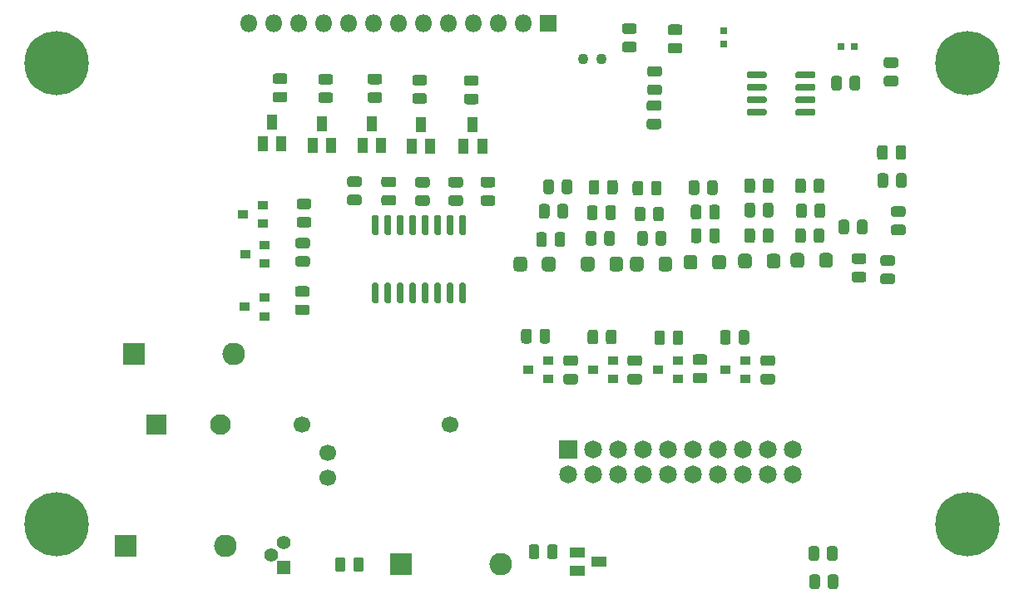
<source format=gbr>
G04 #@! TF.GenerationSoftware,KiCad,Pcbnew,(5.1.6-0-10_14)*
G04 #@! TF.CreationDate,2020-09-03T11:18:50-04:00*
G04 #@! TF.ProjectId,Pufferfish-Interface-2,50756666-6572-4666-9973-682d496e7465,rev?*
G04 #@! TF.SameCoordinates,Original*
G04 #@! TF.FileFunction,Soldermask,Top*
G04 #@! TF.FilePolarity,Negative*
%FSLAX46Y46*%
G04 Gerber Fmt 4.6, Leading zero omitted, Abs format (unit mm)*
G04 Created by KiCad (PCBNEW (5.1.6-0-10_14)) date 2020-09-03 11:18:50*
%MOMM*%
%LPD*%
G01*
G04 APERTURE LIST*
%ADD10C,6.553200*%
%ADD11O,1.800000X1.800000*%
%ADD12R,1.800000X1.800000*%
%ADD13O,2.300000X2.300000*%
%ADD14R,2.300000X2.300000*%
%ADD15R,2.100000X2.100000*%
%ADD16C,2.100000*%
%ADD17C,1.100000*%
%ADD18R,1.100000X1.500000*%
%ADD19R,1.400000X1.400000*%
%ADD20C,1.400000*%
%ADD21R,0.700000X0.800000*%
%ADD22R,0.800000X0.700000*%
%ADD23C,1.825000*%
%ADD24R,1.825000X1.825000*%
%ADD25R,1.500000X1.100000*%
%ADD26R,1.000000X0.900000*%
%ADD27C,1.700000*%
G04 APERTURE END LIST*
D10*
X76200000Y-49530000D03*
X76200000Y-2540000D03*
X-16510000Y-49530000D03*
X-16510000Y-2540000D03*
D11*
X3020000Y1500000D03*
X5560000Y1500000D03*
X8100000Y1500000D03*
X10640000Y1500000D03*
X13180000Y1500000D03*
X15720000Y1500000D03*
X18260000Y1500000D03*
X20800000Y1500000D03*
X23340000Y1500000D03*
X25880000Y1500000D03*
X28420000Y1500000D03*
X30960000Y1500000D03*
D12*
X33500000Y1500000D03*
D13*
X645380Y-51745980D03*
D14*
X-9514620Y-51745980D03*
G36*
G01*
X39750000Y-23400000D02*
X39750000Y-22600000D01*
G75*
G02*
X40100000Y-22250000I350000J0D01*
G01*
X40800000Y-22250000D01*
G75*
G02*
X41150000Y-22600000I0J-350000D01*
G01*
X41150000Y-23400000D01*
G75*
G02*
X40800000Y-23750000I-350000J0D01*
G01*
X40100000Y-23750000D01*
G75*
G02*
X39750000Y-23400000I0J350000D01*
G01*
G37*
G36*
G01*
X36850000Y-23400000D02*
X36850000Y-22600000D01*
G75*
G02*
X37200000Y-22250000I350000J0D01*
G01*
X37900000Y-22250000D01*
G75*
G02*
X38250000Y-22600000I0J-350000D01*
G01*
X38250000Y-23400000D01*
G75*
G02*
X37900000Y-23750000I-350000J0D01*
G01*
X37200000Y-23750000D01*
G75*
G02*
X36850000Y-23400000I0J350000D01*
G01*
G37*
G36*
G01*
X37355000Y-20871250D02*
X37355000Y-19908750D01*
G75*
G02*
X37623750Y-19640000I268750J0D01*
G01*
X38161250Y-19640000D01*
G75*
G02*
X38430000Y-19908750I0J-268750D01*
G01*
X38430000Y-20871250D01*
G75*
G02*
X38161250Y-21140000I-268750J0D01*
G01*
X37623750Y-21140000D01*
G75*
G02*
X37355000Y-20871250I0J268750D01*
G01*
G37*
G36*
G01*
X39230000Y-20871250D02*
X39230000Y-19908750D01*
G75*
G02*
X39498750Y-19640000I268750J0D01*
G01*
X40036250Y-19640000D01*
G75*
G02*
X40305000Y-19908750I0J-268750D01*
G01*
X40305000Y-20871250D01*
G75*
G02*
X40036250Y-21140000I-268750J0D01*
G01*
X39498750Y-21140000D01*
G75*
G02*
X39230000Y-20871250I0J268750D01*
G01*
G37*
G36*
G01*
X40425000Y-17278750D02*
X40425000Y-18241250D01*
G75*
G02*
X40156250Y-18510000I-268750J0D01*
G01*
X39618750Y-18510000D01*
G75*
G02*
X39350000Y-18241250I0J268750D01*
G01*
X39350000Y-17278750D01*
G75*
G02*
X39618750Y-17010000I268750J0D01*
G01*
X40156250Y-17010000D01*
G75*
G02*
X40425000Y-17278750I0J-268750D01*
G01*
G37*
G36*
G01*
X38550000Y-17278750D02*
X38550000Y-18241250D01*
G75*
G02*
X38281250Y-18510000I-268750J0D01*
G01*
X37743750Y-18510000D01*
G75*
G02*
X37475000Y-18241250I0J268750D01*
G01*
X37475000Y-17278750D01*
G75*
G02*
X37743750Y-17010000I268750J0D01*
G01*
X38281250Y-17010000D01*
G75*
G02*
X38550000Y-17278750I0J-268750D01*
G01*
G37*
G36*
G01*
X37653700Y-15665370D02*
X37653700Y-14702870D01*
G75*
G02*
X37922450Y-14434120I268750J0D01*
G01*
X38459950Y-14434120D01*
G75*
G02*
X38728700Y-14702870I0J-268750D01*
G01*
X38728700Y-15665370D01*
G75*
G02*
X38459950Y-15934120I-268750J0D01*
G01*
X37922450Y-15934120D01*
G75*
G02*
X37653700Y-15665370I0J268750D01*
G01*
G37*
G36*
G01*
X39528700Y-15665370D02*
X39528700Y-14702870D01*
G75*
G02*
X39797450Y-14434120I268750J0D01*
G01*
X40334950Y-14434120D01*
G75*
G02*
X40603700Y-14702870I0J-268750D01*
G01*
X40603700Y-15665370D01*
G75*
G02*
X40334950Y-15934120I-268750J0D01*
G01*
X39797450Y-15934120D01*
G75*
G02*
X39528700Y-15665370I0J268750D01*
G01*
G37*
G36*
G01*
X16110960Y-20071780D02*
X15760960Y-20071780D01*
G75*
G02*
X15585960Y-19896780I0J175000D01*
G01*
X15585960Y-18171780D01*
G75*
G02*
X15760960Y-17996780I175000J0D01*
G01*
X16110960Y-17996780D01*
G75*
G02*
X16285960Y-18171780I0J-175000D01*
G01*
X16285960Y-19896780D01*
G75*
G02*
X16110960Y-20071780I-175000J0D01*
G01*
G37*
G36*
G01*
X17380960Y-20071780D02*
X17030960Y-20071780D01*
G75*
G02*
X16855960Y-19896780I0J175000D01*
G01*
X16855960Y-18171780D01*
G75*
G02*
X17030960Y-17996780I175000J0D01*
G01*
X17380960Y-17996780D01*
G75*
G02*
X17555960Y-18171780I0J-175000D01*
G01*
X17555960Y-19896780D01*
G75*
G02*
X17380960Y-20071780I-175000J0D01*
G01*
G37*
G36*
G01*
X18650960Y-20071780D02*
X18300960Y-20071780D01*
G75*
G02*
X18125960Y-19896780I0J175000D01*
G01*
X18125960Y-18171780D01*
G75*
G02*
X18300960Y-17996780I175000J0D01*
G01*
X18650960Y-17996780D01*
G75*
G02*
X18825960Y-18171780I0J-175000D01*
G01*
X18825960Y-19896780D01*
G75*
G02*
X18650960Y-20071780I-175000J0D01*
G01*
G37*
G36*
G01*
X19920960Y-20071780D02*
X19570960Y-20071780D01*
G75*
G02*
X19395960Y-19896780I0J175000D01*
G01*
X19395960Y-18171780D01*
G75*
G02*
X19570960Y-17996780I175000J0D01*
G01*
X19920960Y-17996780D01*
G75*
G02*
X20095960Y-18171780I0J-175000D01*
G01*
X20095960Y-19896780D01*
G75*
G02*
X19920960Y-20071780I-175000J0D01*
G01*
G37*
G36*
G01*
X21190960Y-20071780D02*
X20840960Y-20071780D01*
G75*
G02*
X20665960Y-19896780I0J175000D01*
G01*
X20665960Y-18171780D01*
G75*
G02*
X20840960Y-17996780I175000J0D01*
G01*
X21190960Y-17996780D01*
G75*
G02*
X21365960Y-18171780I0J-175000D01*
G01*
X21365960Y-19896780D01*
G75*
G02*
X21190960Y-20071780I-175000J0D01*
G01*
G37*
G36*
G01*
X22460960Y-20071780D02*
X22110960Y-20071780D01*
G75*
G02*
X21935960Y-19896780I0J175000D01*
G01*
X21935960Y-18171780D01*
G75*
G02*
X22110960Y-17996780I175000J0D01*
G01*
X22460960Y-17996780D01*
G75*
G02*
X22635960Y-18171780I0J-175000D01*
G01*
X22635960Y-19896780D01*
G75*
G02*
X22460960Y-20071780I-175000J0D01*
G01*
G37*
G36*
G01*
X23730960Y-20071780D02*
X23380960Y-20071780D01*
G75*
G02*
X23205960Y-19896780I0J175000D01*
G01*
X23205960Y-18171780D01*
G75*
G02*
X23380960Y-17996780I175000J0D01*
G01*
X23730960Y-17996780D01*
G75*
G02*
X23905960Y-18171780I0J-175000D01*
G01*
X23905960Y-19896780D01*
G75*
G02*
X23730960Y-20071780I-175000J0D01*
G01*
G37*
G36*
G01*
X25000960Y-20071780D02*
X24650960Y-20071780D01*
G75*
G02*
X24475960Y-19896780I0J175000D01*
G01*
X24475960Y-18171780D01*
G75*
G02*
X24650960Y-17996780I175000J0D01*
G01*
X25000960Y-17996780D01*
G75*
G02*
X25175960Y-18171780I0J-175000D01*
G01*
X25175960Y-19896780D01*
G75*
G02*
X25000960Y-20071780I-175000J0D01*
G01*
G37*
G36*
G01*
X25000960Y-26996780D02*
X24650960Y-26996780D01*
G75*
G02*
X24475960Y-26821780I0J175000D01*
G01*
X24475960Y-25096780D01*
G75*
G02*
X24650960Y-24921780I175000J0D01*
G01*
X25000960Y-24921780D01*
G75*
G02*
X25175960Y-25096780I0J-175000D01*
G01*
X25175960Y-26821780D01*
G75*
G02*
X25000960Y-26996780I-175000J0D01*
G01*
G37*
G36*
G01*
X23730960Y-26996780D02*
X23380960Y-26996780D01*
G75*
G02*
X23205960Y-26821780I0J175000D01*
G01*
X23205960Y-25096780D01*
G75*
G02*
X23380960Y-24921780I175000J0D01*
G01*
X23730960Y-24921780D01*
G75*
G02*
X23905960Y-25096780I0J-175000D01*
G01*
X23905960Y-26821780D01*
G75*
G02*
X23730960Y-26996780I-175000J0D01*
G01*
G37*
G36*
G01*
X22460960Y-26996780D02*
X22110960Y-26996780D01*
G75*
G02*
X21935960Y-26821780I0J175000D01*
G01*
X21935960Y-25096780D01*
G75*
G02*
X22110960Y-24921780I175000J0D01*
G01*
X22460960Y-24921780D01*
G75*
G02*
X22635960Y-25096780I0J-175000D01*
G01*
X22635960Y-26821780D01*
G75*
G02*
X22460960Y-26996780I-175000J0D01*
G01*
G37*
G36*
G01*
X21190960Y-26996780D02*
X20840960Y-26996780D01*
G75*
G02*
X20665960Y-26821780I0J175000D01*
G01*
X20665960Y-25096780D01*
G75*
G02*
X20840960Y-24921780I175000J0D01*
G01*
X21190960Y-24921780D01*
G75*
G02*
X21365960Y-25096780I0J-175000D01*
G01*
X21365960Y-26821780D01*
G75*
G02*
X21190960Y-26996780I-175000J0D01*
G01*
G37*
G36*
G01*
X19920960Y-26996780D02*
X19570960Y-26996780D01*
G75*
G02*
X19395960Y-26821780I0J175000D01*
G01*
X19395960Y-25096780D01*
G75*
G02*
X19570960Y-24921780I175000J0D01*
G01*
X19920960Y-24921780D01*
G75*
G02*
X20095960Y-25096780I0J-175000D01*
G01*
X20095960Y-26821780D01*
G75*
G02*
X19920960Y-26996780I-175000J0D01*
G01*
G37*
G36*
G01*
X18650960Y-26996780D02*
X18300960Y-26996780D01*
G75*
G02*
X18125960Y-26821780I0J175000D01*
G01*
X18125960Y-25096780D01*
G75*
G02*
X18300960Y-24921780I175000J0D01*
G01*
X18650960Y-24921780D01*
G75*
G02*
X18825960Y-25096780I0J-175000D01*
G01*
X18825960Y-26821780D01*
G75*
G02*
X18650960Y-26996780I-175000J0D01*
G01*
G37*
G36*
G01*
X17380960Y-26996780D02*
X17030960Y-26996780D01*
G75*
G02*
X16855960Y-26821780I0J175000D01*
G01*
X16855960Y-25096780D01*
G75*
G02*
X17030960Y-24921780I175000J0D01*
G01*
X17380960Y-24921780D01*
G75*
G02*
X17555960Y-25096780I0J-175000D01*
G01*
X17555960Y-26821780D01*
G75*
G02*
X17380960Y-26996780I-175000J0D01*
G01*
G37*
G36*
G01*
X16110960Y-26996780D02*
X15760960Y-26996780D01*
G75*
G02*
X15585960Y-26821780I0J175000D01*
G01*
X15585960Y-25096780D01*
G75*
G02*
X15760960Y-24921780I175000J0D01*
G01*
X16110960Y-24921780D01*
G75*
G02*
X16285960Y-25096780I0J-175000D01*
G01*
X16285960Y-26821780D01*
G75*
G02*
X16110960Y-26996780I-175000J0D01*
G01*
G37*
G36*
G01*
X33660000Y-17148750D02*
X33660000Y-18111250D01*
G75*
G02*
X33391250Y-18380000I-268750J0D01*
G01*
X32853750Y-18380000D01*
G75*
G02*
X32585000Y-18111250I0J268750D01*
G01*
X32585000Y-17148750D01*
G75*
G02*
X32853750Y-16880000I268750J0D01*
G01*
X33391250Y-16880000D01*
G75*
G02*
X33660000Y-17148750I0J-268750D01*
G01*
G37*
G36*
G01*
X35535000Y-17148750D02*
X35535000Y-18111250D01*
G75*
G02*
X35266250Y-18380000I-268750J0D01*
G01*
X34728750Y-18380000D01*
G75*
G02*
X34460000Y-18111250I0J268750D01*
G01*
X34460000Y-17148750D01*
G75*
G02*
X34728750Y-16880000I268750J0D01*
G01*
X35266250Y-16880000D01*
G75*
G02*
X35535000Y-17148750I0J-268750D01*
G01*
G37*
G36*
G01*
X34907500Y-15621250D02*
X34907500Y-14658750D01*
G75*
G02*
X35176250Y-14390000I268750J0D01*
G01*
X35713750Y-14390000D01*
G75*
G02*
X35982500Y-14658750I0J-268750D01*
G01*
X35982500Y-15621250D01*
G75*
G02*
X35713750Y-15890000I-268750J0D01*
G01*
X35176250Y-15890000D01*
G75*
G02*
X34907500Y-15621250I0J268750D01*
G01*
G37*
G36*
G01*
X33032500Y-15621250D02*
X33032500Y-14658750D01*
G75*
G02*
X33301250Y-14390000I268750J0D01*
G01*
X33838750Y-14390000D01*
G75*
G02*
X34107500Y-14658750I0J-268750D01*
G01*
X34107500Y-15621250D01*
G75*
G02*
X33838750Y-15890000I-268750J0D01*
G01*
X33301250Y-15890000D01*
G75*
G02*
X33032500Y-15621250I0J268750D01*
G01*
G37*
G36*
G01*
X67598750Y-23990000D02*
X68561250Y-23990000D01*
G75*
G02*
X68830000Y-24258750I0J-268750D01*
G01*
X68830000Y-24796250D01*
G75*
G02*
X68561250Y-25065000I-268750J0D01*
G01*
X67598750Y-25065000D01*
G75*
G02*
X67330000Y-24796250I0J268750D01*
G01*
X67330000Y-24258750D01*
G75*
G02*
X67598750Y-23990000I268750J0D01*
G01*
G37*
G36*
G01*
X67598750Y-22115000D02*
X68561250Y-22115000D01*
G75*
G02*
X68830000Y-22383750I0J-268750D01*
G01*
X68830000Y-22921250D01*
G75*
G02*
X68561250Y-23190000I-268750J0D01*
G01*
X67598750Y-23190000D01*
G75*
G02*
X67330000Y-22921250I0J268750D01*
G01*
X67330000Y-22383750D01*
G75*
G02*
X67598750Y-22115000I268750J0D01*
G01*
G37*
G36*
G01*
X5749370Y-5454360D02*
X6711870Y-5454360D01*
G75*
G02*
X6980620Y-5723110I0J-268750D01*
G01*
X6980620Y-6260610D01*
G75*
G02*
X6711870Y-6529360I-268750J0D01*
G01*
X5749370Y-6529360D01*
G75*
G02*
X5480620Y-6260610I0J268750D01*
G01*
X5480620Y-5723110D01*
G75*
G02*
X5749370Y-5454360I268750J0D01*
G01*
G37*
G36*
G01*
X5749370Y-3579360D02*
X6711870Y-3579360D01*
G75*
G02*
X6980620Y-3848110I0J-268750D01*
G01*
X6980620Y-4385610D01*
G75*
G02*
X6711870Y-4654360I-268750J0D01*
G01*
X5749370Y-4654360D01*
G75*
G02*
X5480620Y-4385610I0J268750D01*
G01*
X5480620Y-3848110D01*
G75*
G02*
X5749370Y-3579360I268750J0D01*
G01*
G37*
G36*
G01*
X29990000Y-23420000D02*
X29990000Y-22620000D01*
G75*
G02*
X30340000Y-22270000I350000J0D01*
G01*
X31040000Y-22270000D01*
G75*
G02*
X31390000Y-22620000I0J-350000D01*
G01*
X31390000Y-23420000D01*
G75*
G02*
X31040000Y-23770000I-350000J0D01*
G01*
X30340000Y-23770000D01*
G75*
G02*
X29990000Y-23420000I0J350000D01*
G01*
G37*
G36*
G01*
X32890000Y-23420000D02*
X32890000Y-22620000D01*
G75*
G02*
X33240000Y-22270000I350000J0D01*
G01*
X33940000Y-22270000D01*
G75*
G02*
X34290000Y-22620000I0J-350000D01*
G01*
X34290000Y-23420000D01*
G75*
G02*
X33940000Y-23770000I-350000J0D01*
G01*
X33240000Y-23770000D01*
G75*
G02*
X32890000Y-23420000I0J350000D01*
G01*
G37*
G36*
G01*
X34185480Y-20982750D02*
X34185480Y-20020250D01*
G75*
G02*
X34454230Y-19751500I268750J0D01*
G01*
X34991730Y-19751500D01*
G75*
G02*
X35260480Y-20020250I0J-268750D01*
G01*
X35260480Y-20982750D01*
G75*
G02*
X34991730Y-21251500I-268750J0D01*
G01*
X34454230Y-21251500D01*
G75*
G02*
X34185480Y-20982750I0J268750D01*
G01*
G37*
G36*
G01*
X32310480Y-20982750D02*
X32310480Y-20020250D01*
G75*
G02*
X32579230Y-19751500I268750J0D01*
G01*
X33116730Y-19751500D01*
G75*
G02*
X33385480Y-20020250I0J-268750D01*
G01*
X33385480Y-20982750D01*
G75*
G02*
X33116730Y-21251500I-268750J0D01*
G01*
X32579230Y-21251500D01*
G75*
G02*
X32310480Y-20982750I0J268750D01*
G01*
G37*
D15*
X-6370000Y-39370000D03*
D16*
X130000Y-39370000D03*
D17*
X37050000Y-2100000D03*
X38950000Y-2100000D03*
G36*
G01*
X58670000Y-3910000D02*
X58670000Y-3560000D01*
G75*
G02*
X58845000Y-3385000I175000J0D01*
G01*
X60545000Y-3385000D01*
G75*
G02*
X60720000Y-3560000I0J-175000D01*
G01*
X60720000Y-3910000D01*
G75*
G02*
X60545000Y-4085000I-175000J0D01*
G01*
X58845000Y-4085000D01*
G75*
G02*
X58670000Y-3910000I0J175000D01*
G01*
G37*
G36*
G01*
X58670000Y-5180000D02*
X58670000Y-4830000D01*
G75*
G02*
X58845000Y-4655000I175000J0D01*
G01*
X60545000Y-4655000D01*
G75*
G02*
X60720000Y-4830000I0J-175000D01*
G01*
X60720000Y-5180000D01*
G75*
G02*
X60545000Y-5355000I-175000J0D01*
G01*
X58845000Y-5355000D01*
G75*
G02*
X58670000Y-5180000I0J175000D01*
G01*
G37*
G36*
G01*
X58670000Y-6450000D02*
X58670000Y-6100000D01*
G75*
G02*
X58845000Y-5925000I175000J0D01*
G01*
X60545000Y-5925000D01*
G75*
G02*
X60720000Y-6100000I0J-175000D01*
G01*
X60720000Y-6450000D01*
G75*
G02*
X60545000Y-6625000I-175000J0D01*
G01*
X58845000Y-6625000D01*
G75*
G02*
X58670000Y-6450000I0J175000D01*
G01*
G37*
G36*
G01*
X58670000Y-7720000D02*
X58670000Y-7370000D01*
G75*
G02*
X58845000Y-7195000I175000J0D01*
G01*
X60545000Y-7195000D01*
G75*
G02*
X60720000Y-7370000I0J-175000D01*
G01*
X60720000Y-7720000D01*
G75*
G02*
X60545000Y-7895000I-175000J0D01*
G01*
X58845000Y-7895000D01*
G75*
G02*
X58670000Y-7720000I0J175000D01*
G01*
G37*
G36*
G01*
X53720000Y-7720000D02*
X53720000Y-7370000D01*
G75*
G02*
X53895000Y-7195000I175000J0D01*
G01*
X55595000Y-7195000D01*
G75*
G02*
X55770000Y-7370000I0J-175000D01*
G01*
X55770000Y-7720000D01*
G75*
G02*
X55595000Y-7895000I-175000J0D01*
G01*
X53895000Y-7895000D01*
G75*
G02*
X53720000Y-7720000I0J175000D01*
G01*
G37*
G36*
G01*
X53720000Y-6450000D02*
X53720000Y-6100000D01*
G75*
G02*
X53895000Y-5925000I175000J0D01*
G01*
X55595000Y-5925000D01*
G75*
G02*
X55770000Y-6100000I0J-175000D01*
G01*
X55770000Y-6450000D01*
G75*
G02*
X55595000Y-6625000I-175000J0D01*
G01*
X53895000Y-6625000D01*
G75*
G02*
X53720000Y-6450000I0J175000D01*
G01*
G37*
G36*
G01*
X53720000Y-5180000D02*
X53720000Y-4830000D01*
G75*
G02*
X53895000Y-4655000I175000J0D01*
G01*
X55595000Y-4655000D01*
G75*
G02*
X55770000Y-4830000I0J-175000D01*
G01*
X55770000Y-5180000D01*
G75*
G02*
X55595000Y-5355000I-175000J0D01*
G01*
X53895000Y-5355000D01*
G75*
G02*
X53720000Y-5180000I0J175000D01*
G01*
G37*
G36*
G01*
X53720000Y-3910000D02*
X53720000Y-3560000D01*
G75*
G02*
X53895000Y-3385000I175000J0D01*
G01*
X55595000Y-3385000D01*
G75*
G02*
X55770000Y-3560000I0J-175000D01*
G01*
X55770000Y-3910000D01*
G75*
G02*
X55595000Y-4085000I-175000J0D01*
G01*
X53895000Y-4085000D01*
G75*
G02*
X53720000Y-3910000I0J175000D01*
G01*
G37*
G36*
G01*
X13692500Y-54111250D02*
X13692500Y-53148750D01*
G75*
G02*
X13961250Y-52880000I268750J0D01*
G01*
X14498750Y-52880000D01*
G75*
G02*
X14767500Y-53148750I0J-268750D01*
G01*
X14767500Y-54111250D01*
G75*
G02*
X14498750Y-54380000I-268750J0D01*
G01*
X13961250Y-54380000D01*
G75*
G02*
X13692500Y-54111250I0J268750D01*
G01*
G37*
G36*
G01*
X11817500Y-54111250D02*
X11817500Y-53148750D01*
G75*
G02*
X12086250Y-52880000I268750J0D01*
G01*
X12623750Y-52880000D01*
G75*
G02*
X12892500Y-53148750I0J-268750D01*
G01*
X12892500Y-54111250D01*
G75*
G02*
X12623750Y-54380000I-268750J0D01*
G01*
X12086250Y-54380000D01*
G75*
G02*
X11817500Y-54111250I0J268750D01*
G01*
G37*
G36*
G01*
X8190310Y-18210720D02*
X9152810Y-18210720D01*
G75*
G02*
X9421560Y-18479470I0J-268750D01*
G01*
X9421560Y-19016970D01*
G75*
G02*
X9152810Y-19285720I-268750J0D01*
G01*
X8190310Y-19285720D01*
G75*
G02*
X7921560Y-19016970I0J268750D01*
G01*
X7921560Y-18479470D01*
G75*
G02*
X8190310Y-18210720I268750J0D01*
G01*
G37*
G36*
G01*
X8190310Y-16335720D02*
X9152810Y-16335720D01*
G75*
G02*
X9421560Y-16604470I0J-268750D01*
G01*
X9421560Y-17141970D01*
G75*
G02*
X9152810Y-17410720I-268750J0D01*
G01*
X8190310Y-17410720D01*
G75*
G02*
X7921560Y-17141970I0J268750D01*
G01*
X7921560Y-16604470D01*
G75*
G02*
X8190310Y-16335720I268750J0D01*
G01*
G37*
G36*
G01*
X16813610Y-15970200D02*
X17776110Y-15970200D01*
G75*
G02*
X18044860Y-16238950I0J-268750D01*
G01*
X18044860Y-16776450D01*
G75*
G02*
X17776110Y-17045200I-268750J0D01*
G01*
X16813610Y-17045200D01*
G75*
G02*
X16544860Y-16776450I0J268750D01*
G01*
X16544860Y-16238950D01*
G75*
G02*
X16813610Y-15970200I268750J0D01*
G01*
G37*
G36*
G01*
X16813610Y-14095200D02*
X17776110Y-14095200D01*
G75*
G02*
X18044860Y-14363950I0J-268750D01*
G01*
X18044860Y-14901450D01*
G75*
G02*
X17776110Y-15170200I-268750J0D01*
G01*
X16813610Y-15170200D01*
G75*
G02*
X16544860Y-14901450I0J268750D01*
G01*
X16544860Y-14363950D01*
G75*
G02*
X16813610Y-14095200I268750J0D01*
G01*
G37*
G36*
G01*
X8058230Y-22208440D02*
X9020730Y-22208440D01*
G75*
G02*
X9289480Y-22477190I0J-268750D01*
G01*
X9289480Y-23014690D01*
G75*
G02*
X9020730Y-23283440I-268750J0D01*
G01*
X8058230Y-23283440D01*
G75*
G02*
X7789480Y-23014690I0J268750D01*
G01*
X7789480Y-22477190D01*
G75*
G02*
X8058230Y-22208440I268750J0D01*
G01*
G37*
G36*
G01*
X8058230Y-20333440D02*
X9020730Y-20333440D01*
G75*
G02*
X9289480Y-20602190I0J-268750D01*
G01*
X9289480Y-21139690D01*
G75*
G02*
X9020730Y-21408440I-268750J0D01*
G01*
X8058230Y-21408440D01*
G75*
G02*
X7789480Y-21139690I0J268750D01*
G01*
X7789480Y-20602190D01*
G75*
G02*
X8058230Y-20333440I268750J0D01*
G01*
G37*
G36*
G01*
X23623350Y-15995600D02*
X24585850Y-15995600D01*
G75*
G02*
X24854600Y-16264350I0J-268750D01*
G01*
X24854600Y-16801850D01*
G75*
G02*
X24585850Y-17070600I-268750J0D01*
G01*
X23623350Y-17070600D01*
G75*
G02*
X23354600Y-16801850I0J268750D01*
G01*
X23354600Y-16264350D01*
G75*
G02*
X23623350Y-15995600I268750J0D01*
G01*
G37*
G36*
G01*
X23623350Y-14120600D02*
X24585850Y-14120600D01*
G75*
G02*
X24854600Y-14389350I0J-268750D01*
G01*
X24854600Y-14926850D01*
G75*
G02*
X24585850Y-15195600I-268750J0D01*
G01*
X23623350Y-15195600D01*
G75*
G02*
X23354600Y-14926850I0J268750D01*
G01*
X23354600Y-14389350D01*
G75*
G02*
X23623350Y-14120600I268750J0D01*
G01*
G37*
G36*
G01*
X61977500Y-55861250D02*
X61977500Y-54898750D01*
G75*
G02*
X62246250Y-54630000I268750J0D01*
G01*
X62783750Y-54630000D01*
G75*
G02*
X63052500Y-54898750I0J-268750D01*
G01*
X63052500Y-55861250D01*
G75*
G02*
X62783750Y-56130000I-268750J0D01*
G01*
X62246250Y-56130000D01*
G75*
G02*
X61977500Y-55861250I0J268750D01*
G01*
G37*
G36*
G01*
X60102500Y-55861250D02*
X60102500Y-54898750D01*
G75*
G02*
X60371250Y-54630000I268750J0D01*
G01*
X60908750Y-54630000D01*
G75*
G02*
X61177500Y-54898750I0J-268750D01*
G01*
X61177500Y-55861250D01*
G75*
G02*
X60908750Y-56130000I-268750J0D01*
G01*
X60371250Y-56130000D01*
G75*
G02*
X60102500Y-55861250I0J268750D01*
G01*
G37*
G36*
G01*
X61097500Y-52018750D02*
X61097500Y-52981250D01*
G75*
G02*
X60828750Y-53250000I-268750J0D01*
G01*
X60291250Y-53250000D01*
G75*
G02*
X60022500Y-52981250I0J268750D01*
G01*
X60022500Y-52018750D01*
G75*
G02*
X60291250Y-51750000I268750J0D01*
G01*
X60828750Y-51750000D01*
G75*
G02*
X61097500Y-52018750I0J-268750D01*
G01*
G37*
G36*
G01*
X62972500Y-52018750D02*
X62972500Y-52981250D01*
G75*
G02*
X62703750Y-53250000I-268750J0D01*
G01*
X62166250Y-53250000D01*
G75*
G02*
X61897500Y-52981250I0J268750D01*
G01*
X61897500Y-52018750D01*
G75*
G02*
X62166250Y-51750000I268750J0D01*
G01*
X62703750Y-51750000D01*
G75*
G02*
X62972500Y-52018750I0J-268750D01*
G01*
G37*
G36*
G01*
X68678750Y-19000000D02*
X69641250Y-19000000D01*
G75*
G02*
X69910000Y-19268750I0J-268750D01*
G01*
X69910000Y-19806250D01*
G75*
G02*
X69641250Y-20075000I-268750J0D01*
G01*
X68678750Y-20075000D01*
G75*
G02*
X68410000Y-19806250I0J268750D01*
G01*
X68410000Y-19268750D01*
G75*
G02*
X68678750Y-19000000I268750J0D01*
G01*
G37*
G36*
G01*
X68678750Y-17125000D02*
X69641250Y-17125000D01*
G75*
G02*
X69910000Y-17393750I0J-268750D01*
G01*
X69910000Y-17931250D01*
G75*
G02*
X69641250Y-18200000I-268750J0D01*
G01*
X68678750Y-18200000D01*
G75*
G02*
X68410000Y-17931250I0J268750D01*
G01*
X68410000Y-17393750D01*
G75*
G02*
X68678750Y-17125000I268750J0D01*
G01*
G37*
G36*
G01*
X68882500Y-12121250D02*
X68882500Y-11158750D01*
G75*
G02*
X69151250Y-10890000I268750J0D01*
G01*
X69688750Y-10890000D01*
G75*
G02*
X69957500Y-11158750I0J-268750D01*
G01*
X69957500Y-12121250D01*
G75*
G02*
X69688750Y-12390000I-268750J0D01*
G01*
X69151250Y-12390000D01*
G75*
G02*
X68882500Y-12121250I0J268750D01*
G01*
G37*
G36*
G01*
X67007500Y-12121250D02*
X67007500Y-11158750D01*
G75*
G02*
X67276250Y-10890000I268750J0D01*
G01*
X67813750Y-10890000D01*
G75*
G02*
X68082500Y-11158750I0J-268750D01*
G01*
X68082500Y-12121250D01*
G75*
G02*
X67813750Y-12390000I-268750J0D01*
G01*
X67276250Y-12390000D01*
G75*
G02*
X67007500Y-12121250I0J268750D01*
G01*
G37*
G36*
G01*
X64150000Y-18738750D02*
X64150000Y-19701250D01*
G75*
G02*
X63881250Y-19970000I-268750J0D01*
G01*
X63343750Y-19970000D01*
G75*
G02*
X63075000Y-19701250I0J268750D01*
G01*
X63075000Y-18738750D01*
G75*
G02*
X63343750Y-18470000I268750J0D01*
G01*
X63881250Y-18470000D01*
G75*
G02*
X64150000Y-18738750I0J-268750D01*
G01*
G37*
G36*
G01*
X66025000Y-18738750D02*
X66025000Y-19701250D01*
G75*
G02*
X65756250Y-19970000I-268750J0D01*
G01*
X65218750Y-19970000D01*
G75*
G02*
X64950000Y-19701250I0J268750D01*
G01*
X64950000Y-18738750D01*
G75*
G02*
X65218750Y-18470000I268750J0D01*
G01*
X65756250Y-18470000D01*
G75*
G02*
X66025000Y-18738750I0J-268750D01*
G01*
G37*
G36*
G01*
X65641250Y-22990000D02*
X64678750Y-22990000D01*
G75*
G02*
X64410000Y-22721250I0J268750D01*
G01*
X64410000Y-22183750D01*
G75*
G02*
X64678750Y-21915000I268750J0D01*
G01*
X65641250Y-21915000D01*
G75*
G02*
X65910000Y-22183750I0J-268750D01*
G01*
X65910000Y-22721250D01*
G75*
G02*
X65641250Y-22990000I-268750J0D01*
G01*
G37*
G36*
G01*
X65641250Y-24865000D02*
X64678750Y-24865000D01*
G75*
G02*
X64410000Y-24596250I0J268750D01*
G01*
X64410000Y-24058750D01*
G75*
G02*
X64678750Y-23790000I268750J0D01*
G01*
X65641250Y-23790000D01*
G75*
G02*
X65910000Y-24058750I0J-268750D01*
G01*
X65910000Y-24596250D01*
G75*
G02*
X65641250Y-24865000I-268750J0D01*
G01*
G37*
G36*
G01*
X46921250Y340000D02*
X45958750Y340000D01*
G75*
G02*
X45690000Y608750I0J268750D01*
G01*
X45690000Y1146250D01*
G75*
G02*
X45958750Y1415000I268750J0D01*
G01*
X46921250Y1415000D01*
G75*
G02*
X47190000Y1146250I0J-268750D01*
G01*
X47190000Y608750D01*
G75*
G02*
X46921250Y340000I-268750J0D01*
G01*
G37*
G36*
G01*
X46921250Y-1535000D02*
X45958750Y-1535000D01*
G75*
G02*
X45690000Y-1266250I0J268750D01*
G01*
X45690000Y-728750D01*
G75*
G02*
X45958750Y-460000I268750J0D01*
G01*
X46921250Y-460000D01*
G75*
G02*
X47190000Y-728750I0J-268750D01*
G01*
X47190000Y-1266250D01*
G75*
G02*
X46921250Y-1535000I-268750J0D01*
G01*
G37*
G36*
G01*
X44832430Y-3910000D02*
X43869930Y-3910000D01*
G75*
G02*
X43601180Y-3641250I0J268750D01*
G01*
X43601180Y-3103750D01*
G75*
G02*
X43869930Y-2835000I268750J0D01*
G01*
X44832430Y-2835000D01*
G75*
G02*
X45101180Y-3103750I0J-268750D01*
G01*
X45101180Y-3641250D01*
G75*
G02*
X44832430Y-3910000I-268750J0D01*
G01*
G37*
G36*
G01*
X44832430Y-5785000D02*
X43869930Y-5785000D01*
G75*
G02*
X43601180Y-5516250I0J268750D01*
G01*
X43601180Y-4978750D01*
G75*
G02*
X43869930Y-4710000I268750J0D01*
G01*
X44832430Y-4710000D01*
G75*
G02*
X45101180Y-4978750I0J-268750D01*
G01*
X45101180Y-5516250D01*
G75*
G02*
X44832430Y-5785000I-268750J0D01*
G01*
G37*
G36*
G01*
X64210000Y-5051250D02*
X64210000Y-4088750D01*
G75*
G02*
X64478750Y-3820000I268750J0D01*
G01*
X65016250Y-3820000D01*
G75*
G02*
X65285000Y-4088750I0J-268750D01*
G01*
X65285000Y-5051250D01*
G75*
G02*
X65016250Y-5320000I-268750J0D01*
G01*
X64478750Y-5320000D01*
G75*
G02*
X64210000Y-5051250I0J268750D01*
G01*
G37*
G36*
G01*
X62335000Y-5051250D02*
X62335000Y-4088750D01*
G75*
G02*
X62603750Y-3820000I268750J0D01*
G01*
X63141250Y-3820000D01*
G75*
G02*
X63410000Y-4088750I0J-268750D01*
G01*
X63410000Y-5051250D01*
G75*
G02*
X63141250Y-5320000I-268750J0D01*
G01*
X62603750Y-5320000D01*
G75*
G02*
X62335000Y-5051250I0J268750D01*
G01*
G37*
G36*
G01*
X13323650Y-15942260D02*
X14286150Y-15942260D01*
G75*
G02*
X14554900Y-16211010I0J-268750D01*
G01*
X14554900Y-16748510D01*
G75*
G02*
X14286150Y-17017260I-268750J0D01*
G01*
X13323650Y-17017260D01*
G75*
G02*
X13054900Y-16748510I0J268750D01*
G01*
X13054900Y-16211010D01*
G75*
G02*
X13323650Y-15942260I268750J0D01*
G01*
G37*
G36*
G01*
X13323650Y-14067260D02*
X14286150Y-14067260D01*
G75*
G02*
X14554900Y-14336010I0J-268750D01*
G01*
X14554900Y-14873510D01*
G75*
G02*
X14286150Y-15142260I-268750J0D01*
G01*
X13323650Y-15142260D01*
G75*
G02*
X13054900Y-14873510I0J268750D01*
G01*
X13054900Y-14336010D01*
G75*
G02*
X13323650Y-14067260I268750J0D01*
G01*
G37*
G36*
G01*
X8020130Y-27133260D02*
X8982630Y-27133260D01*
G75*
G02*
X9251380Y-27402010I0J-268750D01*
G01*
X9251380Y-27939510D01*
G75*
G02*
X8982630Y-28208260I-268750J0D01*
G01*
X8020130Y-28208260D01*
G75*
G02*
X7751380Y-27939510I0J268750D01*
G01*
X7751380Y-27402010D01*
G75*
G02*
X8020130Y-27133260I268750J0D01*
G01*
G37*
G36*
G01*
X8020130Y-25258260D02*
X8982630Y-25258260D01*
G75*
G02*
X9251380Y-25527010I0J-268750D01*
G01*
X9251380Y-26064510D01*
G75*
G02*
X8982630Y-26333260I-268750J0D01*
G01*
X8020130Y-26333260D01*
G75*
G02*
X7751380Y-26064510I0J268750D01*
G01*
X7751380Y-25527010D01*
G75*
G02*
X8020130Y-25258260I268750J0D01*
G01*
G37*
G36*
G01*
X20245150Y-15995600D02*
X21207650Y-15995600D01*
G75*
G02*
X21476400Y-16264350I0J-268750D01*
G01*
X21476400Y-16801850D01*
G75*
G02*
X21207650Y-17070600I-268750J0D01*
G01*
X20245150Y-17070600D01*
G75*
G02*
X19976400Y-16801850I0J268750D01*
G01*
X19976400Y-16264350D01*
G75*
G02*
X20245150Y-15995600I268750J0D01*
G01*
G37*
G36*
G01*
X20245150Y-14120600D02*
X21207650Y-14120600D01*
G75*
G02*
X21476400Y-14389350I0J-268750D01*
G01*
X21476400Y-14926850D01*
G75*
G02*
X21207650Y-15195600I-268750J0D01*
G01*
X20245150Y-15195600D01*
G75*
G02*
X19976400Y-14926850I0J268750D01*
G01*
X19976400Y-14389350D01*
G75*
G02*
X20245150Y-14120600I268750J0D01*
G01*
G37*
G36*
G01*
X26917730Y-14120600D02*
X27880230Y-14120600D01*
G75*
G02*
X28148980Y-14389350I0J-268750D01*
G01*
X28148980Y-14926850D01*
G75*
G02*
X27880230Y-15195600I-268750J0D01*
G01*
X26917730Y-15195600D01*
G75*
G02*
X26648980Y-14926850I0J268750D01*
G01*
X26648980Y-14389350D01*
G75*
G02*
X26917730Y-14120600I268750J0D01*
G01*
G37*
G36*
G01*
X26917730Y-15995600D02*
X27880230Y-15995600D01*
G75*
G02*
X28148980Y-16264350I0J-268750D01*
G01*
X28148980Y-16801850D01*
G75*
G02*
X27880230Y-17070600I-268750J0D01*
G01*
X26917730Y-17070600D01*
G75*
G02*
X26648980Y-16801850I0J268750D01*
G01*
X26648980Y-16264350D01*
G75*
G02*
X26917730Y-15995600I268750J0D01*
G01*
G37*
D18*
X5420360Y-8524060D03*
X6370360Y-10724060D03*
X4470360Y-10724060D03*
X10492740Y-8694240D03*
X11442740Y-10894240D03*
X9542740Y-10894240D03*
X20594320Y-8808540D03*
X21544320Y-11008540D03*
X19644320Y-11008540D03*
X15562580Y-8734880D03*
X16512580Y-10934880D03*
X14612580Y-10934880D03*
X25859740Y-8831400D03*
X26809740Y-11031400D03*
X24909740Y-11031400D03*
D19*
X6630000Y-53920000D03*
D20*
X6630000Y-51380000D03*
X5360000Y-52650000D03*
D21*
X64720000Y-860000D03*
X63320000Y-860000D03*
D22*
X51350000Y810000D03*
X51350000Y-590000D03*
D23*
X58453500Y-44409840D03*
X58453500Y-41869840D03*
X55913500Y-44409840D03*
X55913500Y-41869840D03*
X48293500Y-41869840D03*
X48293500Y-44409840D03*
X50833500Y-41869840D03*
X50833500Y-44409840D03*
X53373500Y-41869840D03*
X53373500Y-44409840D03*
X40673500Y-41869840D03*
X35593500Y-44409840D03*
X38133500Y-41869840D03*
X40673500Y-44409840D03*
D24*
X35593500Y-41869840D03*
D23*
X43213500Y-41869840D03*
X43213500Y-44409840D03*
X45753500Y-41869840D03*
X45753500Y-44409840D03*
X38133500Y-44409840D03*
G36*
G01*
X67938750Y-3820000D02*
X68901250Y-3820000D01*
G75*
G02*
X69170000Y-4088750I0J-268750D01*
G01*
X69170000Y-4626250D01*
G75*
G02*
X68901250Y-4895000I-268750J0D01*
G01*
X67938750Y-4895000D01*
G75*
G02*
X67670000Y-4626250I0J268750D01*
G01*
X67670000Y-4088750D01*
G75*
G02*
X67938750Y-3820000I268750J0D01*
G01*
G37*
G36*
G01*
X67938750Y-1945000D02*
X68901250Y-1945000D01*
G75*
G02*
X69170000Y-2213750I0J-268750D01*
G01*
X69170000Y-2751250D01*
G75*
G02*
X68901250Y-3020000I-268750J0D01*
G01*
X67938750Y-3020000D01*
G75*
G02*
X67670000Y-2751250I0J268750D01*
G01*
X67670000Y-2213750D01*
G75*
G02*
X67938750Y-1945000I268750J0D01*
G01*
G37*
G36*
G01*
X68122500Y-14018750D02*
X68122500Y-14981250D01*
G75*
G02*
X67853750Y-15250000I-268750J0D01*
G01*
X67316250Y-15250000D01*
G75*
G02*
X67047500Y-14981250I0J268750D01*
G01*
X67047500Y-14018750D01*
G75*
G02*
X67316250Y-13750000I268750J0D01*
G01*
X67853750Y-13750000D01*
G75*
G02*
X68122500Y-14018750I0J-268750D01*
G01*
G37*
G36*
G01*
X69997500Y-14018750D02*
X69997500Y-14981250D01*
G75*
G02*
X69728750Y-15250000I-268750J0D01*
G01*
X69191250Y-15250000D01*
G75*
G02*
X68922500Y-14981250I0J268750D01*
G01*
X68922500Y-14018750D01*
G75*
G02*
X69191250Y-13750000I268750J0D01*
G01*
X69728750Y-13750000D01*
G75*
G02*
X69997500Y-14018750I0J-268750D01*
G01*
G37*
G36*
G01*
X42271250Y450000D02*
X41308750Y450000D01*
G75*
G02*
X41040000Y718750I0J268750D01*
G01*
X41040000Y1256250D01*
G75*
G02*
X41308750Y1525000I268750J0D01*
G01*
X42271250Y1525000D01*
G75*
G02*
X42540000Y1256250I0J-268750D01*
G01*
X42540000Y718750D01*
G75*
G02*
X42271250Y450000I-268750J0D01*
G01*
G37*
G36*
G01*
X42271250Y-1425000D02*
X41308750Y-1425000D01*
G75*
G02*
X41040000Y-1156250I0J268750D01*
G01*
X41040000Y-618750D01*
G75*
G02*
X41308750Y-350000I268750J0D01*
G01*
X42271250Y-350000D01*
G75*
G02*
X42540000Y-618750I0J-268750D01*
G01*
X42540000Y-1156250D01*
G75*
G02*
X42271250Y-1425000I-268750J0D01*
G01*
G37*
G36*
G01*
X43816590Y-8189800D02*
X44779090Y-8189800D01*
G75*
G02*
X45047840Y-8458550I0J-268750D01*
G01*
X45047840Y-8996050D01*
G75*
G02*
X44779090Y-9264800I-268750J0D01*
G01*
X43816590Y-9264800D01*
G75*
G02*
X43547840Y-8996050I0J268750D01*
G01*
X43547840Y-8458550D01*
G75*
G02*
X43816590Y-8189800I268750J0D01*
G01*
G37*
G36*
G01*
X43816590Y-6314800D02*
X44779090Y-6314800D01*
G75*
G02*
X45047840Y-6583550I0J-268750D01*
G01*
X45047840Y-7121050D01*
G75*
G02*
X44779090Y-7389800I-268750J0D01*
G01*
X43816590Y-7389800D01*
G75*
G02*
X43547840Y-7121050I0J268750D01*
G01*
X43547840Y-6583550D01*
G75*
G02*
X43816590Y-6314800I268750J0D01*
G01*
G37*
D25*
X38692000Y-53340000D03*
X36492000Y-54290000D03*
X36492000Y-52390000D03*
G36*
G01*
X43410000Y-17428750D02*
X43410000Y-18391250D01*
G75*
G02*
X43141250Y-18660000I-268750J0D01*
G01*
X42603750Y-18660000D01*
G75*
G02*
X42335000Y-18391250I0J268750D01*
G01*
X42335000Y-17428750D01*
G75*
G02*
X42603750Y-17160000I268750J0D01*
G01*
X43141250Y-17160000D01*
G75*
G02*
X43410000Y-17428750I0J-268750D01*
G01*
G37*
G36*
G01*
X45285000Y-17428750D02*
X45285000Y-18391250D01*
G75*
G02*
X45016250Y-18660000I-268750J0D01*
G01*
X44478750Y-18660000D01*
G75*
G02*
X44210000Y-18391250I0J268750D01*
G01*
X44210000Y-17428750D01*
G75*
G02*
X44478750Y-17160000I268750J0D01*
G01*
X45016250Y-17160000D01*
G75*
G02*
X45285000Y-17428750I0J-268750D01*
G01*
G37*
G36*
G01*
X49120000Y-17228750D02*
X49120000Y-18191250D01*
G75*
G02*
X48851250Y-18460000I-268750J0D01*
G01*
X48313750Y-18460000D01*
G75*
G02*
X48045000Y-18191250I0J268750D01*
G01*
X48045000Y-17228750D01*
G75*
G02*
X48313750Y-16960000I268750J0D01*
G01*
X48851250Y-16960000D01*
G75*
G02*
X49120000Y-17228750I0J-268750D01*
G01*
G37*
G36*
G01*
X50995000Y-17228750D02*
X50995000Y-18191250D01*
G75*
G02*
X50726250Y-18460000I-268750J0D01*
G01*
X50188750Y-18460000D01*
G75*
G02*
X49920000Y-18191250I0J268750D01*
G01*
X49920000Y-17228750D01*
G75*
G02*
X50188750Y-16960000I268750J0D01*
G01*
X50726250Y-16960000D01*
G75*
G02*
X50995000Y-17228750I0J-268750D01*
G01*
G37*
G36*
G01*
X54570680Y-17018750D02*
X54570680Y-17981250D01*
G75*
G02*
X54301930Y-18250000I-268750J0D01*
G01*
X53764430Y-18250000D01*
G75*
G02*
X53495680Y-17981250I0J268750D01*
G01*
X53495680Y-17018750D01*
G75*
G02*
X53764430Y-16750000I268750J0D01*
G01*
X54301930Y-16750000D01*
G75*
G02*
X54570680Y-17018750I0J-268750D01*
G01*
G37*
G36*
G01*
X56445680Y-17018750D02*
X56445680Y-17981250D01*
G75*
G02*
X56176930Y-18250000I-268750J0D01*
G01*
X55639430Y-18250000D01*
G75*
G02*
X55370680Y-17981250I0J268750D01*
G01*
X55370680Y-17018750D01*
G75*
G02*
X55639430Y-16750000I268750J0D01*
G01*
X56176930Y-16750000D01*
G75*
G02*
X56445680Y-17018750I0J-268750D01*
G01*
G37*
G36*
G01*
X59841420Y-17090470D02*
X59841420Y-18052970D01*
G75*
G02*
X59572670Y-18321720I-268750J0D01*
G01*
X59035170Y-18321720D01*
G75*
G02*
X58766420Y-18052970I0J268750D01*
G01*
X58766420Y-17090470D01*
G75*
G02*
X59035170Y-16821720I268750J0D01*
G01*
X59572670Y-16821720D01*
G75*
G02*
X59841420Y-17090470I0J-268750D01*
G01*
G37*
G36*
G01*
X61716420Y-17090470D02*
X61716420Y-18052970D01*
G75*
G02*
X61447670Y-18321720I-268750J0D01*
G01*
X60910170Y-18321720D01*
G75*
G02*
X60641420Y-18052970I0J268750D01*
G01*
X60641420Y-17090470D01*
G75*
G02*
X60910170Y-16821720I268750J0D01*
G01*
X61447670Y-16821720D01*
G75*
G02*
X61716420Y-17090470I0J-268750D01*
G01*
G37*
G36*
G01*
X43991240Y-15759350D02*
X43991240Y-14796850D01*
G75*
G02*
X44259990Y-14528100I268750J0D01*
G01*
X44797490Y-14528100D01*
G75*
G02*
X45066240Y-14796850I0J-268750D01*
G01*
X45066240Y-15759350D01*
G75*
G02*
X44797490Y-16028100I-268750J0D01*
G01*
X44259990Y-16028100D01*
G75*
G02*
X43991240Y-15759350I0J268750D01*
G01*
G37*
G36*
G01*
X42116240Y-15759350D02*
X42116240Y-14796850D01*
G75*
G02*
X42384990Y-14528100I268750J0D01*
G01*
X42922490Y-14528100D01*
G75*
G02*
X43191240Y-14796850I0J-268750D01*
G01*
X43191240Y-15759350D01*
G75*
G02*
X42922490Y-16028100I-268750J0D01*
G01*
X42384990Y-16028100D01*
G75*
G02*
X42116240Y-15759350I0J268750D01*
G01*
G37*
G36*
G01*
X49693780Y-15698390D02*
X49693780Y-14735890D01*
G75*
G02*
X49962530Y-14467140I268750J0D01*
G01*
X50500030Y-14467140D01*
G75*
G02*
X50768780Y-14735890I0J-268750D01*
G01*
X50768780Y-15698390D01*
G75*
G02*
X50500030Y-15967140I-268750J0D01*
G01*
X49962530Y-15967140D01*
G75*
G02*
X49693780Y-15698390I0J268750D01*
G01*
G37*
G36*
G01*
X47818780Y-15698390D02*
X47818780Y-14735890D01*
G75*
G02*
X48087530Y-14467140I268750J0D01*
G01*
X48625030Y-14467140D01*
G75*
G02*
X48893780Y-14735890I0J-268750D01*
G01*
X48893780Y-15698390D01*
G75*
G02*
X48625030Y-15967140I-268750J0D01*
G01*
X48087530Y-15967140D01*
G75*
G02*
X47818780Y-15698390I0J268750D01*
G01*
G37*
G36*
G01*
X55370680Y-15512970D02*
X55370680Y-14550470D01*
G75*
G02*
X55639430Y-14281720I268750J0D01*
G01*
X56176930Y-14281720D01*
G75*
G02*
X56445680Y-14550470I0J-268750D01*
G01*
X56445680Y-15512970D01*
G75*
G02*
X56176930Y-15781720I-268750J0D01*
G01*
X55639430Y-15781720D01*
G75*
G02*
X55370680Y-15512970I0J268750D01*
G01*
G37*
G36*
G01*
X53495680Y-15512970D02*
X53495680Y-14550470D01*
G75*
G02*
X53764430Y-14281720I268750J0D01*
G01*
X54301930Y-14281720D01*
G75*
G02*
X54570680Y-14550470I0J-268750D01*
G01*
X54570680Y-15512970D01*
G75*
G02*
X54301930Y-15781720I-268750J0D01*
G01*
X53764430Y-15781720D01*
G75*
G02*
X53495680Y-15512970I0J268750D01*
G01*
G37*
G36*
G01*
X60544420Y-15512970D02*
X60544420Y-14550470D01*
G75*
G02*
X60813170Y-14281720I268750J0D01*
G01*
X61350670Y-14281720D01*
G75*
G02*
X61619420Y-14550470I0J-268750D01*
G01*
X61619420Y-15512970D01*
G75*
G02*
X61350670Y-15781720I-268750J0D01*
G01*
X60813170Y-15781720D01*
G75*
G02*
X60544420Y-15512970I0J268750D01*
G01*
G37*
G36*
G01*
X58669420Y-15512970D02*
X58669420Y-14550470D01*
G75*
G02*
X58938170Y-14281720I268750J0D01*
G01*
X59475670Y-14281720D01*
G75*
G02*
X59744420Y-14550470I0J-268750D01*
G01*
X59744420Y-15512970D01*
G75*
G02*
X59475670Y-15781720I-268750J0D01*
G01*
X58938170Y-15781720D01*
G75*
G02*
X58669420Y-15512970I0J268750D01*
G01*
G37*
G36*
G01*
X10397570Y-5523180D02*
X11360070Y-5523180D01*
G75*
G02*
X11628820Y-5791930I0J-268750D01*
G01*
X11628820Y-6329430D01*
G75*
G02*
X11360070Y-6598180I-268750J0D01*
G01*
X10397570Y-6598180D01*
G75*
G02*
X10128820Y-6329430I0J268750D01*
G01*
X10128820Y-5791930D01*
G75*
G02*
X10397570Y-5523180I268750J0D01*
G01*
G37*
G36*
G01*
X10397570Y-3648180D02*
X11360070Y-3648180D01*
G75*
G02*
X11628820Y-3916930I0J-268750D01*
G01*
X11628820Y-4454430D01*
G75*
G02*
X11360070Y-4723180I-268750J0D01*
G01*
X10397570Y-4723180D01*
G75*
G02*
X10128820Y-4454430I0J268750D01*
G01*
X10128820Y-3916930D01*
G75*
G02*
X10397570Y-3648180I268750J0D01*
G01*
G37*
G36*
G01*
X15403910Y-5495000D02*
X16366410Y-5495000D01*
G75*
G02*
X16635160Y-5763750I0J-268750D01*
G01*
X16635160Y-6301250D01*
G75*
G02*
X16366410Y-6570000I-268750J0D01*
G01*
X15403910Y-6570000D01*
G75*
G02*
X15135160Y-6301250I0J268750D01*
G01*
X15135160Y-5763750D01*
G75*
G02*
X15403910Y-5495000I268750J0D01*
G01*
G37*
G36*
G01*
X15403910Y-3620000D02*
X16366410Y-3620000D01*
G75*
G02*
X16635160Y-3888750I0J-268750D01*
G01*
X16635160Y-4426250D01*
G75*
G02*
X16366410Y-4695000I-268750J0D01*
G01*
X15403910Y-4695000D01*
G75*
G02*
X15135160Y-4426250I0J268750D01*
G01*
X15135160Y-3888750D01*
G75*
G02*
X15403910Y-3620000I268750J0D01*
G01*
G37*
G36*
G01*
X19958130Y-5601680D02*
X20920630Y-5601680D01*
G75*
G02*
X21189380Y-5870430I0J-268750D01*
G01*
X21189380Y-6407930D01*
G75*
G02*
X20920630Y-6676680I-268750J0D01*
G01*
X19958130Y-6676680D01*
G75*
G02*
X19689380Y-6407930I0J268750D01*
G01*
X19689380Y-5870430D01*
G75*
G02*
X19958130Y-5601680I268750J0D01*
G01*
G37*
G36*
G01*
X19958130Y-3726680D02*
X20920630Y-3726680D01*
G75*
G02*
X21189380Y-3995430I0J-268750D01*
G01*
X21189380Y-4532930D01*
G75*
G02*
X20920630Y-4801680I-268750J0D01*
G01*
X19958130Y-4801680D01*
G75*
G02*
X19689380Y-4532930I0J268750D01*
G01*
X19689380Y-3995430D01*
G75*
G02*
X19958130Y-3726680I268750J0D01*
G01*
G37*
G36*
G01*
X25221010Y-5650180D02*
X26183510Y-5650180D01*
G75*
G02*
X26452260Y-5918930I0J-268750D01*
G01*
X26452260Y-6456430D01*
G75*
G02*
X26183510Y-6725180I-268750J0D01*
G01*
X25221010Y-6725180D01*
G75*
G02*
X24952260Y-6456430I0J268750D01*
G01*
X24952260Y-5918930D01*
G75*
G02*
X25221010Y-5650180I268750J0D01*
G01*
G37*
G36*
G01*
X25221010Y-3775180D02*
X26183510Y-3775180D01*
G75*
G02*
X26452260Y-4043930I0J-268750D01*
G01*
X26452260Y-4581430D01*
G75*
G02*
X26183510Y-4850180I-268750J0D01*
G01*
X25221010Y-4850180D01*
G75*
G02*
X24952260Y-4581430I0J268750D01*
G01*
X24952260Y-4043930D01*
G75*
G02*
X25221010Y-3775180I268750J0D01*
G01*
G37*
G36*
G01*
X32620000Y-51842750D02*
X32620000Y-52805250D01*
G75*
G02*
X32351250Y-53074000I-268750J0D01*
G01*
X31813750Y-53074000D01*
G75*
G02*
X31545000Y-52805250I0J268750D01*
G01*
X31545000Y-51842750D01*
G75*
G02*
X31813750Y-51574000I268750J0D01*
G01*
X32351250Y-51574000D01*
G75*
G02*
X32620000Y-51842750I0J-268750D01*
G01*
G37*
G36*
G01*
X34495000Y-51842750D02*
X34495000Y-52805250D01*
G75*
G02*
X34226250Y-53074000I-268750J0D01*
G01*
X33688750Y-53074000D01*
G75*
G02*
X33420000Y-52805250I0J268750D01*
G01*
X33420000Y-51842750D01*
G75*
G02*
X33688750Y-51574000I268750J0D01*
G01*
X34226250Y-51574000D01*
G75*
G02*
X34495000Y-51842750I0J-268750D01*
G01*
G37*
G36*
G01*
X52099020Y-29998750D02*
X52099020Y-30961250D01*
G75*
G02*
X51830270Y-31230000I-268750J0D01*
G01*
X51292770Y-31230000D01*
G75*
G02*
X51024020Y-30961250I0J268750D01*
G01*
X51024020Y-29998750D01*
G75*
G02*
X51292770Y-29730000I268750J0D01*
G01*
X51830270Y-29730000D01*
G75*
G02*
X52099020Y-29998750I0J-268750D01*
G01*
G37*
G36*
G01*
X53974020Y-29998750D02*
X53974020Y-30961250D01*
G75*
G02*
X53705270Y-31230000I-268750J0D01*
G01*
X53167770Y-31230000D01*
G75*
G02*
X52899020Y-30961250I0J268750D01*
G01*
X52899020Y-29998750D01*
G75*
G02*
X53167770Y-29730000I268750J0D01*
G01*
X53705270Y-29730000D01*
G75*
G02*
X53974020Y-29998750I0J-268750D01*
G01*
G37*
G36*
G01*
X45398500Y-30036850D02*
X45398500Y-30999350D01*
G75*
G02*
X45129750Y-31268100I-268750J0D01*
G01*
X44592250Y-31268100D01*
G75*
G02*
X44323500Y-30999350I0J268750D01*
G01*
X44323500Y-30036850D01*
G75*
G02*
X44592250Y-29768100I268750J0D01*
G01*
X45129750Y-29768100D01*
G75*
G02*
X45398500Y-30036850I0J-268750D01*
G01*
G37*
G36*
G01*
X47273500Y-30036850D02*
X47273500Y-30999350D01*
G75*
G02*
X47004750Y-31268100I-268750J0D01*
G01*
X46467250Y-31268100D01*
G75*
G02*
X46198500Y-30999350I0J268750D01*
G01*
X46198500Y-30036850D01*
G75*
G02*
X46467250Y-29768100I268750J0D01*
G01*
X47004750Y-29768100D01*
G75*
G02*
X47273500Y-30036850I0J-268750D01*
G01*
G37*
G36*
G01*
X38609320Y-29958110D02*
X38609320Y-30920610D01*
G75*
G02*
X38340570Y-31189360I-268750J0D01*
G01*
X37803070Y-31189360D01*
G75*
G02*
X37534320Y-30920610I0J268750D01*
G01*
X37534320Y-29958110D01*
G75*
G02*
X37803070Y-29689360I268750J0D01*
G01*
X38340570Y-29689360D01*
G75*
G02*
X38609320Y-29958110I0J-268750D01*
G01*
G37*
G36*
G01*
X40484320Y-29958110D02*
X40484320Y-30920610D01*
G75*
G02*
X40215570Y-31189360I-268750J0D01*
G01*
X39678070Y-31189360D01*
G75*
G02*
X39409320Y-30920610I0J268750D01*
G01*
X39409320Y-29958110D01*
G75*
G02*
X39678070Y-29689360I268750J0D01*
G01*
X40215570Y-29689360D01*
G75*
G02*
X40484320Y-29958110I0J-268750D01*
G01*
G37*
G36*
G01*
X31848080Y-29879370D02*
X31848080Y-30841870D01*
G75*
G02*
X31579330Y-31110620I-268750J0D01*
G01*
X31041830Y-31110620D01*
G75*
G02*
X30773080Y-30841870I0J268750D01*
G01*
X30773080Y-29879370D01*
G75*
G02*
X31041830Y-29610620I268750J0D01*
G01*
X31579330Y-29610620D01*
G75*
G02*
X31848080Y-29879370I0J-268750D01*
G01*
G37*
G36*
G01*
X33723080Y-29879370D02*
X33723080Y-30841870D01*
G75*
G02*
X33454330Y-31110620I-268750J0D01*
G01*
X32916830Y-31110620D01*
G75*
G02*
X32648080Y-30841870I0J268750D01*
G01*
X32648080Y-29879370D01*
G75*
G02*
X32916830Y-29610620I268750J0D01*
G01*
X33454330Y-29610620D01*
G75*
G02*
X33723080Y-29879370I0J-268750D01*
G01*
G37*
G36*
G01*
X56361250Y-33382000D02*
X55398750Y-33382000D01*
G75*
G02*
X55130000Y-33113250I0J268750D01*
G01*
X55130000Y-32575750D01*
G75*
G02*
X55398750Y-32307000I268750J0D01*
G01*
X56361250Y-32307000D01*
G75*
G02*
X56630000Y-32575750I0J-268750D01*
G01*
X56630000Y-33113250D01*
G75*
G02*
X56361250Y-33382000I-268750J0D01*
G01*
G37*
G36*
G01*
X56361250Y-35257000D02*
X55398750Y-35257000D01*
G75*
G02*
X55130000Y-34988250I0J268750D01*
G01*
X55130000Y-34450750D01*
G75*
G02*
X55398750Y-34182000I268750J0D01*
G01*
X56361250Y-34182000D01*
G75*
G02*
X56630000Y-34450750I0J-268750D01*
G01*
X56630000Y-34988250D01*
G75*
G02*
X56361250Y-35257000I-268750J0D01*
G01*
G37*
G36*
G01*
X49457530Y-33275320D02*
X48495030Y-33275320D01*
G75*
G02*
X48226280Y-33006570I0J268750D01*
G01*
X48226280Y-32469070D01*
G75*
G02*
X48495030Y-32200320I268750J0D01*
G01*
X49457530Y-32200320D01*
G75*
G02*
X49726280Y-32469070I0J-268750D01*
G01*
X49726280Y-33006570D01*
G75*
G02*
X49457530Y-33275320I-268750J0D01*
G01*
G37*
G36*
G01*
X49457530Y-35150320D02*
X48495030Y-35150320D01*
G75*
G02*
X48226280Y-34881570I0J268750D01*
G01*
X48226280Y-34344070D01*
G75*
G02*
X48495030Y-34075320I268750J0D01*
G01*
X49457530Y-34075320D01*
G75*
G02*
X49726280Y-34344070I0J-268750D01*
G01*
X49726280Y-34881570D01*
G75*
G02*
X49457530Y-35150320I-268750J0D01*
G01*
G37*
G36*
G01*
X42823050Y-33382000D02*
X41860550Y-33382000D01*
G75*
G02*
X41591800Y-33113250I0J268750D01*
G01*
X41591800Y-32575750D01*
G75*
G02*
X41860550Y-32307000I268750J0D01*
G01*
X42823050Y-32307000D01*
G75*
G02*
X43091800Y-32575750I0J-268750D01*
G01*
X43091800Y-33113250D01*
G75*
G02*
X42823050Y-33382000I-268750J0D01*
G01*
G37*
G36*
G01*
X42823050Y-35257000D02*
X41860550Y-35257000D01*
G75*
G02*
X41591800Y-34988250I0J268750D01*
G01*
X41591800Y-34450750D01*
G75*
G02*
X41860550Y-34182000I268750J0D01*
G01*
X42823050Y-34182000D01*
G75*
G02*
X43091800Y-34450750I0J-268750D01*
G01*
X43091800Y-34988250D01*
G75*
G02*
X42823050Y-35257000I-268750J0D01*
G01*
G37*
G36*
G01*
X36295250Y-33382000D02*
X35332750Y-33382000D01*
G75*
G02*
X35064000Y-33113250I0J268750D01*
G01*
X35064000Y-32575750D01*
G75*
G02*
X35332750Y-32307000I268750J0D01*
G01*
X36295250Y-32307000D01*
G75*
G02*
X36564000Y-32575750I0J-268750D01*
G01*
X36564000Y-33113250D01*
G75*
G02*
X36295250Y-33382000I-268750J0D01*
G01*
G37*
G36*
G01*
X36295250Y-35257000D02*
X35332750Y-35257000D01*
G75*
G02*
X35064000Y-34988250I0J268750D01*
G01*
X35064000Y-34450750D01*
G75*
G02*
X35332750Y-34182000I268750J0D01*
G01*
X36295250Y-34182000D01*
G75*
G02*
X36564000Y-34450750I0J-268750D01*
G01*
X36564000Y-34988250D01*
G75*
G02*
X36295250Y-35257000I-268750J0D01*
G01*
G37*
D26*
X2489960Y-17965420D03*
X4489960Y-17015420D03*
X4489960Y-18915420D03*
X2691380Y-22021760D03*
X4691380Y-21071760D03*
X4691380Y-22971760D03*
X2629660Y-27371040D03*
X4629660Y-26421040D03*
X4629660Y-28321040D03*
X51578000Y-33782000D03*
X53578000Y-32832000D03*
X53578000Y-34732000D03*
X44720000Y-33782000D03*
X46720000Y-32832000D03*
X46720000Y-34732000D03*
X38116000Y-33782000D03*
X40116000Y-32832000D03*
X40116000Y-34732000D03*
X31512000Y-33782000D03*
X33512000Y-32832000D03*
X33512000Y-34732000D03*
G36*
G01*
X41850000Y-23400000D02*
X41850000Y-22600000D01*
G75*
G02*
X42200000Y-22250000I350000J0D01*
G01*
X42900000Y-22250000D01*
G75*
G02*
X43250000Y-22600000I0J-350000D01*
G01*
X43250000Y-23400000D01*
G75*
G02*
X42900000Y-23750000I-350000J0D01*
G01*
X42200000Y-23750000D01*
G75*
G02*
X41850000Y-23400000I0J350000D01*
G01*
G37*
G36*
G01*
X44750000Y-23400000D02*
X44750000Y-22600000D01*
G75*
G02*
X45100000Y-22250000I350000J0D01*
G01*
X45800000Y-22250000D01*
G75*
G02*
X46150000Y-22600000I0J-350000D01*
G01*
X46150000Y-23400000D01*
G75*
G02*
X45800000Y-23750000I-350000J0D01*
G01*
X45100000Y-23750000D01*
G75*
G02*
X44750000Y-23400000I0J350000D01*
G01*
G37*
G36*
G01*
X47320000Y-23220000D02*
X47320000Y-22420000D01*
G75*
G02*
X47670000Y-22070000I350000J0D01*
G01*
X48370000Y-22070000D01*
G75*
G02*
X48720000Y-22420000I0J-350000D01*
G01*
X48720000Y-23220000D01*
G75*
G02*
X48370000Y-23570000I-350000J0D01*
G01*
X47670000Y-23570000D01*
G75*
G02*
X47320000Y-23220000I0J350000D01*
G01*
G37*
G36*
G01*
X50220000Y-23220000D02*
X50220000Y-22420000D01*
G75*
G02*
X50570000Y-22070000I350000J0D01*
G01*
X51270000Y-22070000D01*
G75*
G02*
X51620000Y-22420000I0J-350000D01*
G01*
X51620000Y-23220000D01*
G75*
G02*
X51270000Y-23570000I-350000J0D01*
G01*
X50570000Y-23570000D01*
G75*
G02*
X50220000Y-23220000I0J350000D01*
G01*
G37*
G36*
G01*
X52860980Y-23110140D02*
X52860980Y-22310140D01*
G75*
G02*
X53210980Y-21960140I350000J0D01*
G01*
X53910980Y-21960140D01*
G75*
G02*
X54260980Y-22310140I0J-350000D01*
G01*
X54260980Y-23110140D01*
G75*
G02*
X53910980Y-23460140I-350000J0D01*
G01*
X53210980Y-23460140D01*
G75*
G02*
X52860980Y-23110140I0J350000D01*
G01*
G37*
G36*
G01*
X55760980Y-23110140D02*
X55760980Y-22310140D01*
G75*
G02*
X56110980Y-21960140I350000J0D01*
G01*
X56810980Y-21960140D01*
G75*
G02*
X57160980Y-22310140I0J-350000D01*
G01*
X57160980Y-23110140D01*
G75*
G02*
X56810980Y-23460140I-350000J0D01*
G01*
X56110980Y-23460140D01*
G75*
G02*
X55760980Y-23110140I0J350000D01*
G01*
G37*
G36*
G01*
X58200740Y-23028860D02*
X58200740Y-22228860D01*
G75*
G02*
X58550740Y-21878860I350000J0D01*
G01*
X59250740Y-21878860D01*
G75*
G02*
X59600740Y-22228860I0J-350000D01*
G01*
X59600740Y-23028860D01*
G75*
G02*
X59250740Y-23378860I-350000J0D01*
G01*
X58550740Y-23378860D01*
G75*
G02*
X58200740Y-23028860I0J350000D01*
G01*
G37*
G36*
G01*
X61100740Y-23028860D02*
X61100740Y-22228860D01*
G75*
G02*
X61450740Y-21878860I350000J0D01*
G01*
X62150740Y-21878860D01*
G75*
G02*
X62500740Y-22228860I0J-350000D01*
G01*
X62500740Y-23028860D01*
G75*
G02*
X62150740Y-23378860I-350000J0D01*
G01*
X61450740Y-23378860D01*
G75*
G02*
X61100740Y-23028860I0J350000D01*
G01*
G37*
D13*
X1550000Y-32130000D03*
D14*
X-8610000Y-32130000D03*
D13*
X28702000Y-53594000D03*
D14*
X18542000Y-53594000D03*
G36*
G01*
X44460000Y-20851250D02*
X44460000Y-19888750D01*
G75*
G02*
X44728750Y-19620000I268750J0D01*
G01*
X45266250Y-19620000D01*
G75*
G02*
X45535000Y-19888750I0J-268750D01*
G01*
X45535000Y-20851250D01*
G75*
G02*
X45266250Y-21120000I-268750J0D01*
G01*
X44728750Y-21120000D01*
G75*
G02*
X44460000Y-20851250I0J268750D01*
G01*
G37*
G36*
G01*
X42585000Y-20851250D02*
X42585000Y-19888750D01*
G75*
G02*
X42853750Y-19620000I268750J0D01*
G01*
X43391250Y-19620000D01*
G75*
G02*
X43660000Y-19888750I0J-268750D01*
G01*
X43660000Y-20851250D01*
G75*
G02*
X43391250Y-21120000I-268750J0D01*
G01*
X42853750Y-21120000D01*
G75*
G02*
X42585000Y-20851250I0J268750D01*
G01*
G37*
G36*
G01*
X49932500Y-20601250D02*
X49932500Y-19638750D01*
G75*
G02*
X50201250Y-19370000I268750J0D01*
G01*
X50738750Y-19370000D01*
G75*
G02*
X51007500Y-19638750I0J-268750D01*
G01*
X51007500Y-20601250D01*
G75*
G02*
X50738750Y-20870000I-268750J0D01*
G01*
X50201250Y-20870000D01*
G75*
G02*
X49932500Y-20601250I0J268750D01*
G01*
G37*
G36*
G01*
X48057500Y-20601250D02*
X48057500Y-19638750D01*
G75*
G02*
X48326250Y-19370000I268750J0D01*
G01*
X48863750Y-19370000D01*
G75*
G02*
X49132500Y-19638750I0J-268750D01*
G01*
X49132500Y-20601250D01*
G75*
G02*
X48863750Y-20870000I-268750J0D01*
G01*
X48326250Y-20870000D01*
G75*
G02*
X48057500Y-20601250I0J268750D01*
G01*
G37*
G36*
G01*
X55370680Y-20592970D02*
X55370680Y-19630470D01*
G75*
G02*
X55639430Y-19361720I268750J0D01*
G01*
X56176930Y-19361720D01*
G75*
G02*
X56445680Y-19630470I0J-268750D01*
G01*
X56445680Y-20592970D01*
G75*
G02*
X56176930Y-20861720I-268750J0D01*
G01*
X55639430Y-20861720D01*
G75*
G02*
X55370680Y-20592970I0J268750D01*
G01*
G37*
G36*
G01*
X53495680Y-20592970D02*
X53495680Y-19630470D01*
G75*
G02*
X53764430Y-19361720I268750J0D01*
G01*
X54301930Y-19361720D01*
G75*
G02*
X54570680Y-19630470I0J-268750D01*
G01*
X54570680Y-20592970D01*
G75*
G02*
X54301930Y-20861720I-268750J0D01*
G01*
X53764430Y-20861720D01*
G75*
G02*
X53495680Y-20592970I0J268750D01*
G01*
G37*
G36*
G01*
X60544420Y-20592970D02*
X60544420Y-19630470D01*
G75*
G02*
X60813170Y-19361720I268750J0D01*
G01*
X61350670Y-19361720D01*
G75*
G02*
X61619420Y-19630470I0J-268750D01*
G01*
X61619420Y-20592970D01*
G75*
G02*
X61350670Y-20861720I-268750J0D01*
G01*
X60813170Y-20861720D01*
G75*
G02*
X60544420Y-20592970I0J268750D01*
G01*
G37*
G36*
G01*
X58669420Y-20592970D02*
X58669420Y-19630470D01*
G75*
G02*
X58938170Y-19361720I268750J0D01*
G01*
X59475670Y-19361720D01*
G75*
G02*
X59744420Y-19630470I0J-268750D01*
G01*
X59744420Y-20592970D01*
G75*
G02*
X59475670Y-20861720I-268750J0D01*
G01*
X58938170Y-20861720D01*
G75*
G02*
X58669420Y-20592970I0J268750D01*
G01*
G37*
D27*
X11102000Y-44770000D03*
X11102000Y-42270000D03*
X8502000Y-39370000D03*
X23502000Y-39370000D03*
M02*

</source>
